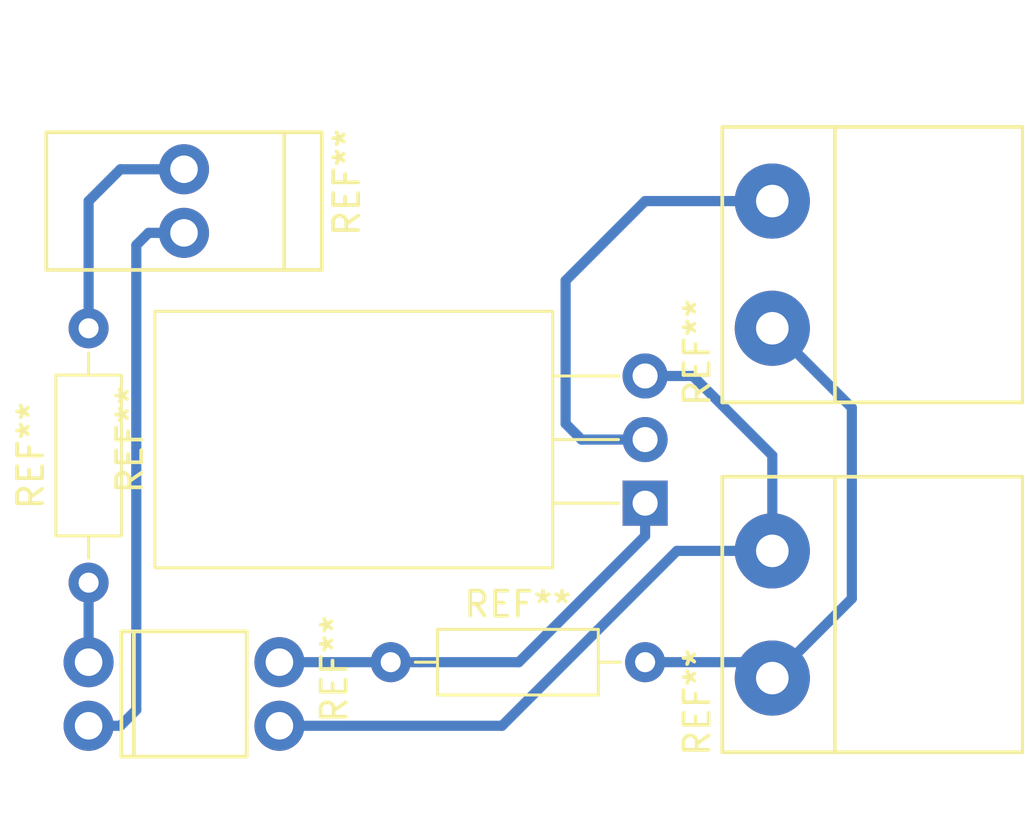
<source format=kicad_pcb>
(kicad_pcb (version 4) (host pcbnew 4.0.6-e0-6349~53~ubuntu16.04.1)

  (general
    (links 0)
    (no_connects 0)
    (area 119.3186 79.318836 160.976401 113.197591)
    (thickness 1.6)
    (drawings 0)
    (tracks 31)
    (zones 0)
    (modules 7)
    (nets 1)
  )

  (page A4)
  (layers
    (0 F.Cu signal)
    (31 B.Cu signal)
    (32 B.Adhes user)
    (33 F.Adhes user)
    (34 B.Paste user)
    (35 F.Paste user)
    (36 B.SilkS user)
    (37 F.SilkS user)
    (38 B.Mask user)
    (39 F.Mask user)
    (40 Dwgs.User user)
    (41 Cmts.User user)
    (42 Eco1.User user)
    (43 Eco2.User user)
    (44 Edge.Cuts user)
    (45 Margin user)
    (46 B.CrtYd user)
    (47 F.CrtYd user)
    (48 B.Fab user)
    (49 F.Fab user)
  )

  (setup
    (last_trace_width 0.4064)
    (trace_clearance 0.4064)
    (zone_clearance 0.508)
    (zone_45_only no)
    (trace_min 0.2)
    (segment_width 0.2)
    (edge_width 0.15)
    (via_size 3.048)
    (via_drill 1.016)
    (via_min_size 0.4)
    (via_min_drill 0.3)
    (uvia_size 0.3)
    (uvia_drill 0.1)
    (uvias_allowed no)
    (uvia_min_size 0)
    (uvia_min_drill 0)
    (pcb_text_width 0.3)
    (pcb_text_size 1.5 1.5)
    (mod_edge_width 0.15)
    (mod_text_size 1 1)
    (mod_text_width 0.15)
    (pad_size 2 2)
    (pad_drill 1.1)
    (pad_to_mask_clearance 0.2)
    (aux_axis_origin 0 0)
    (visible_elements FFFFFF7F)
    (pcbplotparams
      (layerselection 0x00030_80000001)
      (usegerberextensions false)
      (excludeedgelayer true)
      (linewidth 0.100000)
      (plotframeref false)
      (viasonmask false)
      (mode 1)
      (useauxorigin false)
      (hpglpennumber 1)
      (hpglpenspeed 20)
      (hpglpendiameter 15)
      (hpglpenoverlay 2)
      (psnegative false)
      (psa4output false)
      (plotreference true)
      (plotvalue true)
      (plotinvisibletext false)
      (padsonsilk false)
      (subtractmaskfromsilk false)
      (outputformat 1)
      (mirror false)
      (drillshape 1)
      (scaleselection 1)
      (outputdirectory ""))
  )

  (net 0 "")

  (net_class Default "This is the default net class."
    (clearance 0.4064)
    (trace_width 0.4064)
    (via_dia 3.048)
    (via_drill 1.016)
    (uvia_dia 0.3)
    (uvia_drill 0.1)
  )

  (module ROCCI:Wiederstand-bedrahtet-10mm (layer F.Cu) (tedit 59DCC27B) (tstamp 59DCDE9A)
    (at 123.19 102.87 90)
    (descr "Resistor, Axial_DIN0207 series, Axial, Horizontal, pin pitch=10.16mm, 0.25W = 1/4W, length*diameter=6.3*2.5mm^2, http://cdn-reichelt.de/documents/datenblatt/B400/1_4W%23YAG.pdf")
    (tags "Resistor Axial_DIN0207 series Axial Horizontal pin pitch 10.16mm 0.25W = 1/4W length 6.3mm diameter 2.5mm")
    (fp_text reference REF** (at 5.08 -2.31 90) (layer F.SilkS)
      (effects (font (size 1 1) (thickness 0.15)))
    )
    (fp_text value R-10mm (at 5.08 2.31 90) (layer F.Fab)
      (effects (font (size 1 1) (thickness 0.15)))
    )
    (fp_line (start 1.93 -1.25) (end 1.93 1.25) (layer F.Fab) (width 0.1))
    (fp_line (start 1.93 1.25) (end 8.23 1.25) (layer F.Fab) (width 0.1))
    (fp_line (start 8.23 1.25) (end 8.23 -1.25) (layer F.Fab) (width 0.1))
    (fp_line (start 8.23 -1.25) (end 1.93 -1.25) (layer F.Fab) (width 0.1))
    (fp_line (start 0 0) (end 1.93 0) (layer F.Fab) (width 0.1))
    (fp_line (start 10.16 0) (end 8.23 0) (layer F.Fab) (width 0.1))
    (fp_line (start 1.87 -1.31) (end 1.87 1.31) (layer F.SilkS) (width 0.12))
    (fp_line (start 1.87 1.31) (end 8.29 1.31) (layer F.SilkS) (width 0.12))
    (fp_line (start 8.29 1.31) (end 8.29 -1.31) (layer F.SilkS) (width 0.12))
    (fp_line (start 8.29 -1.31) (end 1.87 -1.31) (layer F.SilkS) (width 0.12))
    (fp_line (start 0.98 0) (end 1.87 0) (layer F.SilkS) (width 0.12))
    (fp_line (start 9.18 0) (end 8.29 0) (layer F.SilkS) (width 0.12))
    (fp_line (start -1.05 -1.6) (end -1.05 1.6) (layer F.CrtYd) (width 0.05))
    (fp_line (start -1.05 1.6) (end 11.25 1.6) (layer F.CrtYd) (width 0.05))
    (fp_line (start 11.25 1.6) (end 11.25 -1.6) (layer F.CrtYd) (width 0.05))
    (fp_line (start 11.25 -1.6) (end -1.05 -1.6) (layer F.CrtYd) (width 0.05))
    (pad 1 thru_hole circle (at 0 0 90) (size 1.6 1.6) (drill 0.8) (layers *.Cu *.Mask))
    (pad 2 thru_hole oval (at 10.16 0 90) (size 1.6 1.6) (drill 0.8) (layers *.Cu *.Mask))
    (model ${KISYS3DMOD}/Resistors_THT.3dshapes/R_Axial_DIN0207_L6.3mm_D2.5mm_P10.16mm_Horizontal.wrl
      (at (xyz 0 0 0))
      (scale (xyz 0.393701 0.393701 0.393701))
      (rotate (xyz 0 0 0))
    )
  )

  (module Rocci:IRF530N (layer F.Cu) (tedit 59DCC602) (tstamp 59DDD1CF)
    (at 145.415 99.695 90)
    (descr "TO-220-3, Horizontal, RM 2.54mm")
    (tags "TO-220-3 Horizontal RM 2.54mm")
    (fp_text reference REF** (at 2.54 -20.58 90) (layer F.SilkS)
      (effects (font (size 1 1) (thickness 0.15)))
    )
    (fp_text value IRF530N (at 2.32 -7.29 90) (layer F.Fab)
      (effects (font (size 1 1) (thickness 0.15)))
    )
    (fp_text user Gate (at 0 -5.08 90) (layer F.Fab)
      (effects (font (size 0.5 0.5) (thickness 0.125)))
    )
    (fp_text user %R (at 2.54 -20.58 90) (layer F.Fab)
      (effects (font (size 1 1) (thickness 0.15)))
    )
    (fp_line (start -2.46 -13.06) (end -2.46 -19.46) (layer F.Fab) (width 0.1))
    (fp_line (start -2.46 -19.46) (end 7.54 -19.46) (layer F.Fab) (width 0.1))
    (fp_line (start 7.54 -19.46) (end 7.54 -13.06) (layer F.Fab) (width 0.1))
    (fp_line (start 7.54 -13.06) (end -2.46 -13.06) (layer F.Fab) (width 0.1))
    (fp_line (start -2.46 -3.81) (end -2.46 -13.06) (layer F.Fab) (width 0.1))
    (fp_line (start -2.46 -13.06) (end 7.54 -13.06) (layer F.Fab) (width 0.1))
    (fp_line (start 7.54 -13.06) (end 7.54 -3.81) (layer F.Fab) (width 0.1))
    (fp_line (start 7.54 -3.81) (end -2.46 -3.81) (layer F.Fab) (width 0.1))
    (fp_line (start 0 -3.81) (end 0 0) (layer F.Fab) (width 0.1))
    (fp_line (start 2.54 -3.81) (end 2.54 0) (layer F.Fab) (width 0.1))
    (fp_line (start 5.08 -3.81) (end 5.08 0) (layer F.Fab) (width 0.1))
    (fp_line (start -2.58 -3.69) (end 7.66 -3.69) (layer F.SilkS) (width 0.12))
    (fp_line (start -2.58 -19.58) (end 7.66 -19.58) (layer F.SilkS) (width 0.12))
    (fp_line (start -2.58 -19.58) (end -2.58 -3.69) (layer F.SilkS) (width 0.12))
    (fp_line (start 7.66 -19.58) (end 7.66 -3.69) (layer F.SilkS) (width 0.12))
    (fp_line (start 0 -3.69) (end 0 -1.05) (layer F.SilkS) (width 0.12))
    (fp_line (start 2.54 -3.69) (end 2.54 -1.066) (layer F.SilkS) (width 0.12))
    (fp_line (start 5.08 -3.69) (end 5.08 -1.066) (layer F.SilkS) (width 0.12))
    (fp_line (start -2.71 -19.71) (end -2.71 1.15) (layer F.CrtYd) (width 0.05))
    (fp_line (start -2.71 1.15) (end 7.79 1.15) (layer F.CrtYd) (width 0.05))
    (fp_line (start 7.79 1.15) (end 7.79 -19.71) (layer F.CrtYd) (width 0.05))
    (fp_line (start 7.79 -19.71) (end -2.71 -19.71) (layer F.CrtYd) (width 0.05))
    (fp_circle (center 2.54 -16.66) (end 4.39 -16.66) (layer F.Fab) (width 0.1))
    (fp_text user Drain (at 2.54 -5.08 90) (layer F.Fab)
      (effects (font (size 0.5 0.5) (thickness 0.125)))
    )
    (fp_text user Source (at 5.08 -5.08 90) (layer F.Fab)
      (effects (font (size 0.5 0.5) (thickness 0.125)))
    )
    (pad 0 np_thru_hole oval (at 2.54 -16.66 90) (size 3.5 3.5) (drill 3.5) (layers *.Cu *.Mask))
    (pad 1 thru_hole rect (at 0 0 90) (size 1.8 1.8) (drill 1) (layers *.Cu *.Mask))
    (pad 2 thru_hole oval (at 2.54 0 90) (size 1.8 1.8) (drill 1) (layers *.Cu *.Mask))
    (pad 3 thru_hole oval (at 5.08 0 90) (size 1.8 1.8) (drill 1) (layers *.Cu *.Mask))
    (model ${KISYS3DMOD}/TO_SOT_Packages_THT.3dshapes/TO-220-3_Horizontal.wrl
      (at (xyz 0.1 0 0))
      (scale (xyz 0.393701 0.393701 0.393701))
      (rotate (xyz 0 0 0))
    )
  )

  (module ROCCI:Optokoppler_1 (layer F.Cu) (tedit 59DCD96D) (tstamp 59DCDD92)
    (at 127 107.315 270)
    (fp_text reference REF** (at -1 -6 270) (layer F.SilkS)
      (effects (font (size 1 1) (thickness 0.15)))
    )
    (fp_text value Optokoppler (at 1 6 270) (layer F.Fab)
      (effects (font (size 1 1) (thickness 0.15)))
    )
    (fp_line (start -1.27 1.635) (end -1.27 0.635) (layer F.Fab) (width 0.1))
    (fp_line (start -2.5 2) (end 2.5 2) (layer F.SilkS) (width 0.15))
    (fp_line (start 2.5 -2.5) (end -2.5 -2.5) (layer F.SilkS) (width 0.15))
    (fp_line (start 2.5 2.5) (end 2.5 -2.5) (layer F.SilkS) (width 0.15))
    (fp_line (start -2.5 2.5) (end 2.5 2.5) (layer F.SilkS) (width 0.15))
    (fp_line (start -2.5 -2.5) (end -2.5 2.5) (layer F.SilkS) (width 0.15))
    (fp_line (start -1.27 0.635) (end 1.27 0.635) (layer F.Fab) (width 0.1))
    (fp_line (start 1.27 1.635) (end 1.27 0.635) (layer F.Fab) (width 0.1))
    (fp_line (start -0.254 0.254) (end 0.254 0.635) (layer F.Fab) (width 0.1))
    (fp_line (start -0.254 1.016) (end 0.254 0.635) (layer F.Fab) (width 0.1))
    (fp_line (start 0.254 1.016) (end 0.254 0.254) (layer F.Fab) (width 0.1))
    (fp_line (start -0.254 1.016) (end -0.254 0.254) (layer F.Fab) (width 0.1))
    (fp_line (start -0.508 0.127) (end -0.127 -0.254) (layer F.Fab) (width 0.1))
    (fp_line (start -0.381 -0.254) (end -0.127 -0.254) (layer F.Fab) (width 0.1))
    (fp_line (start -0.127 0) (end -0.127 -0.254) (layer F.Fab) (width 0.1))
    (fp_line (start 0 0.127) (end 0.381 -0.254) (layer F.Fab) (width 0.1))
    (fp_line (start 0.127 -0.254) (end 0.381 -0.254) (layer F.Fab) (width 0.1))
    (fp_line (start 0.381 0) (end 0.381 -0.254) (layer F.Fab) (width 0.1))
    (fp_line (start -0.508 -0.508) (end 0.508 -0.508) (layer F.Fab) (width 0.1))
    (fp_line (start 1.27 -1.524) (end 1.27 -2.27) (layer F.Fab) (width 0.1))
    (fp_line (start -1.27 -1.524) (end -1.27 -2.286) (layer F.Fab) (width 0.1))
    (fp_line (start -0.254 -0.508) (end -1.27 -1.524) (layer F.Fab) (width 0.1))
    (fp_line (start 0.254 -0.508) (end 1.27 -1.524) (layer F.Fab) (width 0.1))
    (fp_line (start 0.508 -1.016) (end 0.762 -1.016) (layer F.Fab) (width 0.1))
    (fp_line (start 0.762 -0.762) (end 0.762 -1.016) (layer F.Fab) (width 0.1))
    (pad 1 thru_hole circle (at -1.27 3.81 270) (size 2 2) (drill 1.1) (layers *.Cu *.Mask))
    (pad 2 thru_hole circle (at 1.27 3.81 270) (size 2 2) (drill 1.1) (layers *.Cu *.Mask))
    (pad 3 thru_hole circle (at 1.27 -3.81 270) (size 2 2) (drill 1.1) (layers *.Cu *.Mask))
    (pad 4 thru_hole circle (at -1.27 -3.81 270) (size 2 2) (drill 1.1) (layers *.Cu *.Mask))
  )

  (module ROCCI:Wiederstand-bedrahtet-10mm (layer F.Cu) (tedit 59DCC27B) (tstamp 59DCDDAB)
    (at 135.255 106.045)
    (descr "Resistor, Axial_DIN0207 series, Axial, Horizontal, pin pitch=10.16mm, 0.25W = 1/4W, length*diameter=6.3*2.5mm^2, http://cdn-reichelt.de/documents/datenblatt/B400/1_4W%23YAG.pdf")
    (tags "Resistor Axial_DIN0207 series Axial Horizontal pin pitch 10.16mm 0.25W = 1/4W length 6.3mm diameter 2.5mm")
    (fp_text reference REF** (at 5.08 -2.31) (layer F.SilkS)
      (effects (font (size 1 1) (thickness 0.15)))
    )
    (fp_text value R-10mm (at 5.08 2.31) (layer F.Fab)
      (effects (font (size 1 1) (thickness 0.15)))
    )
    (fp_line (start 1.93 -1.25) (end 1.93 1.25) (layer F.Fab) (width 0.1))
    (fp_line (start 1.93 1.25) (end 8.23 1.25) (layer F.Fab) (width 0.1))
    (fp_line (start 8.23 1.25) (end 8.23 -1.25) (layer F.Fab) (width 0.1))
    (fp_line (start 8.23 -1.25) (end 1.93 -1.25) (layer F.Fab) (width 0.1))
    (fp_line (start 0 0) (end 1.93 0) (layer F.Fab) (width 0.1))
    (fp_line (start 10.16 0) (end 8.23 0) (layer F.Fab) (width 0.1))
    (fp_line (start 1.87 -1.31) (end 1.87 1.31) (layer F.SilkS) (width 0.12))
    (fp_line (start 1.87 1.31) (end 8.29 1.31) (layer F.SilkS) (width 0.12))
    (fp_line (start 8.29 1.31) (end 8.29 -1.31) (layer F.SilkS) (width 0.12))
    (fp_line (start 8.29 -1.31) (end 1.87 -1.31) (layer F.SilkS) (width 0.12))
    (fp_line (start 0.98 0) (end 1.87 0) (layer F.SilkS) (width 0.12))
    (fp_line (start 9.18 0) (end 8.29 0) (layer F.SilkS) (width 0.12))
    (fp_line (start -1.05 -1.6) (end -1.05 1.6) (layer F.CrtYd) (width 0.05))
    (fp_line (start -1.05 1.6) (end 11.25 1.6) (layer F.CrtYd) (width 0.05))
    (fp_line (start 11.25 1.6) (end 11.25 -1.6) (layer F.CrtYd) (width 0.05))
    (fp_line (start 11.25 -1.6) (end -1.05 -1.6) (layer F.CrtYd) (width 0.05))
    (pad 1 thru_hole circle (at 0 0) (size 1.6 1.6) (drill 0.8) (layers *.Cu *.Mask))
    (pad 2 thru_hole oval (at 10.16 0) (size 1.6 1.6) (drill 0.8) (layers *.Cu *.Mask))
    (model ${KISYS3DMOD}/Resistors_THT.3dshapes/R_Axial_DIN0207_L6.3mm_D2.5mm_P10.16mm_Horizontal.wrl
      (at (xyz 0 0 0))
      (scale (xyz 0.393701 0.393701 0.393701))
      (rotate (xyz 0 0 0))
    )
  )

  (module ROCCI:Power_2x (layer F.Cu) (tedit 59DCD1B3) (tstamp 59DCDEB0)
    (at 150.495 104.14 90)
    (fp_text reference REF** (at -3.5 -3 90) (layer F.SilkS)
      (effects (font (size 1 1) (thickness 0.15)))
    )
    (fp_text value Power_2x (at 0 8.5 90) (layer F.Fab)
      (effects (font (size 1 1) (thickness 0.15)))
    )
    (fp_line (start -5.5 2.5) (end 5.5 2.5) (layer F.SilkS) (width 0.15))
    (fp_line (start 5.5 10) (end -5.5 10) (layer F.SilkS) (width 0.15))
    (fp_line (start 5.5 -2) (end 5.5 10) (layer F.SilkS) (width 0.15))
    (fp_line (start -5.5 -2) (end 5.5 -2) (layer F.SilkS) (width 0.15))
    (fp_line (start -5.5 10) (end -5.5 -2) (layer F.SilkS) (width 0.15))
    (pad 1 thru_hole circle (at -2.54 0 90) (size 3 3) (drill 1.3) (layers *.Cu *.Mask))
    (pad 2 thru_hole circle (at 2.54 0 90) (size 3 3) (drill 1.3) (layers *.Cu *.Mask))
  )

  (module ROCCI:Power_2x (layer F.Cu) (tedit 59DCD1B3) (tstamp 59DCDEB1)
    (at 150.495 90.17 90)
    (fp_text reference REF** (at -3.5 -3 90) (layer F.SilkS)
      (effects (font (size 1 1) (thickness 0.15)))
    )
    (fp_text value Power_2x (at 0 8.255 90) (layer F.Fab)
      (effects (font (size 1 1) (thickness 0.15)))
    )
    (fp_line (start -5.5 2.5) (end 5.5 2.5) (layer F.SilkS) (width 0.15))
    (fp_line (start 5.5 10) (end -5.5 10) (layer F.SilkS) (width 0.15))
    (fp_line (start 5.5 -2) (end 5.5 10) (layer F.SilkS) (width 0.15))
    (fp_line (start -5.5 -2) (end 5.5 -2) (layer F.SilkS) (width 0.15))
    (fp_line (start -5.5 10) (end -5.5 -2) (layer F.SilkS) (width 0.15))
    (pad 1 thru_hole circle (at -2.54 0 90) (size 3 3) (drill 1.3) (layers *.Cu *.Mask))
    (pad 2 thru_hole circle (at 2.54 0 90) (size 3 3) (drill 1.3) (layers *.Cu *.Mask))
  )

  (module ROCCI:Federkraftklemme_2x (layer F.Cu) (tedit 59DCCA9E) (tstamp 59DCDEC8)
    (at 127 87.63 270)
    (fp_text reference REF** (at -0.75 -6.5 270) (layer F.SilkS)
      (effects (font (size 1 1) (thickness 0.15)))
    )
    (fp_text value Federkraftklemme_2x (at 0 6.5 270) (layer F.Fab)
      (effects (font (size 1 1) (thickness 0.15)))
    )
    (fp_line (start -2.75 -4) (end 2.75 -4) (layer F.SilkS) (width 0.15))
    (fp_line (start 2.75 5.5) (end -2.75 5.5) (layer F.SilkS) (width 0.15))
    (fp_line (start 2.75 -5.5) (end 2.75 5.5) (layer F.SilkS) (width 0.15))
    (fp_line (start -2.75 -5.5) (end 2.75 -5.5) (layer F.SilkS) (width 0.15))
    (fp_line (start -2.75 5.5) (end -2.75 -5.5) (layer F.SilkS) (width 0.15))
    (pad 1 thru_hole circle (at -1.27 0 270) (size 2 2) (drill 1.1) (layers *.Cu *.Mask))
    (pad 2 thru_hole circle (at 1.27 0 270) (size 2 2) (drill 1.1) (layers *.Cu *.Mask))
  )

  (segment (start 150.495 106.68) (end 153.67 103.505) (width 0.4064) (layer B.Cu) (net 0))
  (segment (start 153.67 103.505) (end 153.67 95.885) (width 0.4064) (layer B.Cu) (net 0))
  (segment (start 153.67 95.885) (end 150.495 92.71) (width 0.4064) (layer B.Cu) (net 0))
  (segment (start 145.415 97.155) (end 142.875 97.155) (width 0.4064) (layer B.Cu) (net 0))
  (segment (start 145.415 87.63) (end 150.495 87.63) (width 0.4064) (layer B.Cu) (net 0))
  (segment (start 142.875 97.155) (end 142.24 96.52) (width 0.4064) (layer B.Cu) (net 0))
  (segment (start 142.24 96.52) (end 142.24 90.805) (width 0.4064) (layer B.Cu) (net 0))
  (segment (start 142.24 90.805) (end 145.415 87.63) (width 0.4064) (layer B.Cu) (net 0))
  (segment (start 147.32 94.615) (end 145.415 94.615) (width 0.4064) (layer B.Cu) (net 0))
  (segment (start 150.495 97.79) (end 147.32 94.615) (width 0.4064) (layer B.Cu) (net 0))
  (segment (start 150.495 101.6) (end 150.495 97.79) (width 0.4064) (layer B.Cu) (net 0))
  (segment (start 146.685 101.6) (end 139.7 108.585) (width 0.4064) (layer B.Cu) (net 0))
  (segment (start 139.7 108.585) (end 130.81 108.585) (width 0.4064) (layer B.Cu) (net 0))
  (segment (start 150.495 101.6) (end 146.685 101.6) (width 0.4064) (layer B.Cu) (net 0))
  (segment (start 145.415 106.045) (end 149.86 106.045) (width 0.4064) (layer B.Cu) (net 0))
  (segment (start 149.86 106.045) (end 150.495 106.68) (width 0.4064) (layer B.Cu) (net 0))
  (segment (start 145.415 99.695) (end 145.415 101.0014) (width 0.4064) (layer B.Cu) (net 0))
  (segment (start 145.415 101.0014) (end 140.3714 106.045) (width 0.4064) (layer B.Cu) (net 0))
  (segment (start 140.3714 106.045) (end 136.38637 106.045) (width 0.4064) (layer B.Cu) (net 0))
  (segment (start 136.38637 106.045) (end 135.255 106.045) (width 0.4064) (layer B.Cu) (net 0))
  (segment (start 124.46 108.585) (end 123.19 108.585) (width 0.4064) (layer B.Cu) (net 0))
  (segment (start 125.095 107.95) (end 124.46 108.585) (width 0.4064) (layer B.Cu) (net 0))
  (segment (start 125.095 89.390787) (end 125.095 107.95) (width 0.4064) (layer B.Cu) (net 0))
  (segment (start 127 88.9) (end 125.585787 88.9) (width 0.4064) (layer B.Cu) (net 0))
  (segment (start 125.585787 88.9) (end 125.095 89.390787) (width 0.4064) (layer B.Cu) (net 0))
  (segment (start 123.19 87.63) (end 123.19 92.71) (width 0.4064) (layer B.Cu) (net 0))
  (segment (start 124.46 86.36) (end 123.19 87.63) (width 0.4064) (layer B.Cu) (net 0))
  (segment (start 127 86.36) (end 124.46 86.36) (width 0.4064) (layer B.Cu) (net 0))
  (segment (start 149.86 101.6) (end 150.495 101.6) (width 0.4064) (layer B.Cu) (net 0))
  (segment (start 130.81 106.045) (end 135.255 106.045) (width 0.4064) (layer B.Cu) (net 0))
  (segment (start 123.19 102.87) (end 123.19 106.045) (width 0.4064) (layer B.Cu) (net 0))

)

</source>
